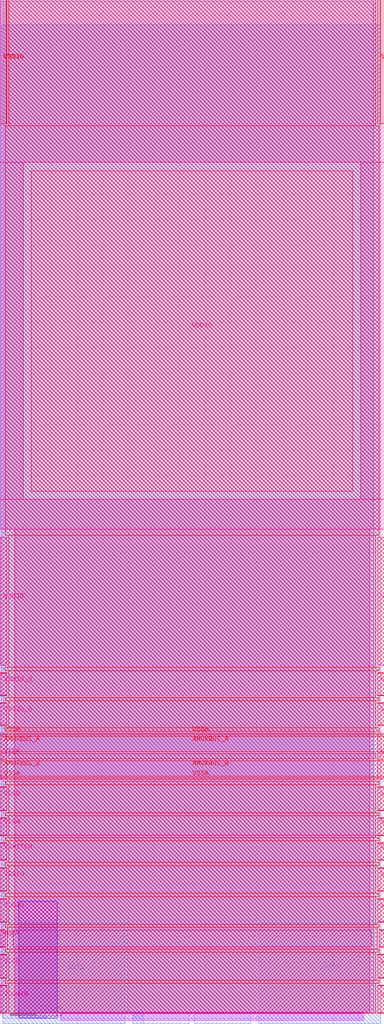
<source format=lef>
VERSION 5.7 ;
  NOWIREEXTENSIONATPIN ON ;
  DIVIDERCHAR "/" ;
  BUSBITCHARS "[]" ;
MACRO sky130_ef_io__vddio_hvc_clamped_pad
  CLASS PAD POWER ;
  FOREIGN sky130_ef_io__vddio_hvc_clamped_pad ;
  ORIGIN 0.000 0.000 ;
  SIZE 75.000 BY 197.965 ;
  PIN AMUXBUS_A
    DIRECTION INOUT ;
    USE SIGNAL ;
    PORT
      LAYER met4 ;
        RECT 0.000 51.090 75.000 54.070 ;
    END
    PORT
      LAYER met4 ;
        RECT 0.000 51.090 1.270 54.070 ;
    END
  END AMUXBUS_A
  PIN AMUXBUS_B
    DIRECTION INOUT ;
    USE SIGNAL ;
    PORT
      LAYER met4 ;
        RECT 0.000 46.330 75.000 49.310 ;
    END
    PORT
      LAYER met4 ;
        RECT 0.000 46.330 1.270 49.310 ;
    END
  END AMUXBUS_B
  PIN VSSA
    DIRECTION INOUT ;
    USE GROUND ;
    PORT
      LAYER met5 ;
        RECT 73.730 45.700 75.000 54.700 ;
    END
    PORT
      LAYER met5 ;
        RECT 73.730 34.805 75.000 38.050 ;
    END
    PORT
      LAYER met5 ;
        RECT 0.000 45.700 1.270 54.700 ;
    END
    PORT
      LAYER met5 ;
        RECT 0.000 34.805 1.270 38.050 ;
    END
    PORT
      LAYER met4 ;
        RECT 73.730 49.610 75.000 50.790 ;
    END
    PORT
      LAYER met4 ;
        RECT 0.000 54.370 75.000 54.700 ;
    END
    PORT
      LAYER met4 ;
        RECT 0.000 45.700 75.000 46.030 ;
    END
    PORT
      LAYER met4 ;
        RECT 73.730 34.700 75.000 38.150 ;
    END
    PORT
      LAYER met4 ;
        RECT 0.000 45.700 1.270 46.030 ;
    END
    PORT
      LAYER met4 ;
        RECT 0.000 49.610 1.270 50.790 ;
    END
    PORT
      LAYER met4 ;
        RECT 0.000 54.370 1.270 54.700 ;
    END
    PORT
      LAYER met4 ;
        RECT 0.000 34.700 1.270 38.150 ;
    END
  END VSSA
  PIN VDDA
    DIRECTION INOUT ;
    USE POWER ;
    PORT
      LAYER met5 ;
        RECT 74.035 13.000 75.000 16.250 ;
    END
    PORT
      LAYER met5 ;
        RECT 0.000 13.000 0.965 16.250 ;
    END
    PORT
      LAYER met4 ;
        RECT 74.035 12.900 75.000 16.350 ;
    END
    PORT
      LAYER met4 ;
        RECT 0.000 12.900 0.965 16.350 ;
    END
  END VDDA
  PIN VSWITCH
    DIRECTION INOUT ;
    USE POWER ;
    PORT
      LAYER met5 ;
        RECT 73.730 29.950 75.000 33.200 ;
    END
    PORT
      LAYER met5 ;
        RECT 0.000 29.950 1.270 33.200 ;
    END
    PORT
      LAYER met4 ;
        RECT 73.730 29.850 75.000 33.300 ;
    END
    PORT
      LAYER met4 ;
        RECT 0.000 29.850 1.270 33.300 ;
    END
  END VSWITCH
  PIN VDDIO_Q
    DIRECTION INOUT ;
    USE POWER ;
    PORT
      LAYER met5 ;
        RECT 73.730 62.150 75.000 66.400 ;
    END
    PORT
      LAYER met5 ;
        RECT 0.000 62.150 1.270 66.400 ;
    END
    PORT
      LAYER met4 ;
        RECT 73.730 62.050 75.000 66.500 ;
    END
    PORT
      LAYER met4 ;
        RECT 0.000 62.050 1.270 66.500 ;
    END
  END VDDIO_Q
  PIN VCCHIB
    DIRECTION INOUT ;
    USE POWER ;
    PORT
      LAYER met5 ;
        RECT 73.730 0.100 75.000 5.350 ;
    END
    PORT
      LAYER met5 ;
        RECT 0.000 0.100 1.270 5.350 ;
    END
    PORT
      LAYER met4 ;
        RECT 73.730 0.000 75.000 5.450 ;
    END
    PORT
      LAYER met4 ;
        RECT 0.000 0.000 1.270 5.450 ;
    END
  END VCCHIB
  PIN VDDIO
    DIRECTION INOUT ;
    USE POWER ;
    PORT
      LAYER met5 ;
        RECT 6.100 101.975 68.800 164.590 ;
    END
    PORT
      LAYER met3 ;
        RECT 50.390 -2.035 74.290 17.765 ;
    END
    PORT
      LAYER met3 ;
        RECT 0.495 -2.035 24.395 17.765 ;
    END
    PORT
      LAYER met5 ;
        RECT 73.730 68.000 75.000 92.950 ;
    END
    PORT
      LAYER met5 ;
        RECT 73.730 17.850 75.000 22.300 ;
    END
    PORT
      LAYER met5 ;
        RECT 0.000 68.000 1.270 92.950 ;
    END
    PORT
      LAYER met5 ;
        RECT 0.000 17.850 1.270 22.300 ;
    END
    PORT
      LAYER met4 ;
        RECT 73.730 17.750 75.000 22.400 ;
    END
    PORT
      LAYER met4 ;
        RECT 73.730 68.000 75.000 92.965 ;
    END
    PORT
      LAYER met4 ;
        RECT 0.000 17.750 1.270 22.400 ;
    END
    PORT
      LAYER met4 ;
        RECT 0.000 68.000 1.270 92.965 ;
    END
  END VDDIO
  PIN VCCD
    DIRECTION INOUT ;
    USE POWER ;
    PORT
      LAYER met5 ;
        RECT 73.730 6.950 75.000 11.400 ;
    END
    PORT
      LAYER met5 ;
        RECT 0.000 6.950 1.270 11.400 ;
    END
    PORT
      LAYER met4 ;
        RECT 73.730 6.850 75.000 11.500 ;
    END
    PORT
      LAYER met4 ;
        RECT 0.000 6.850 1.270 11.500 ;
    END
  END VCCD
  PIN VSSIO
    DIRECTION INOUT ;
    USE GROUND ;
    PORT
      LAYER met4 ;
        RECT 0.000 173.750 1.205 197.965 ;
    END
    PORT
      LAYER met4 ;
        RECT 74.225 173.750 75.000 197.965 ;
    END
    PORT
      LAYER met5 ;
        RECT 73.730 23.900 75.000 28.350 ;
    END
    PORT
      LAYER met5 ;
        RECT 0.000 23.900 1.270 28.350 ;
    END
    PORT
      LAYER met4 ;
        RECT 73.730 23.800 75.000 28.450 ;
    END
    PORT
      LAYER met4 ;
        RECT 73.730 173.750 75.000 197.965 ;
    END
    PORT
      LAYER met4 ;
        RECT 0.000 173.750 1.270 197.965 ;
    END
    PORT
      LAYER met4 ;
        RECT 0.000 23.800 1.270 28.450 ;
    END
  END VSSIO
  PIN VSSD
    DIRECTION INOUT ;
    USE GROUND ;
    PORT
      LAYER met5 ;
        RECT 73.730 39.650 75.000 44.100 ;
    END
    PORT
      LAYER met5 ;
        RECT 0.000 39.650 1.270 44.100 ;
    END
    PORT
      LAYER met4 ;
        RECT 73.730 39.550 75.000 44.200 ;
    END
    PORT
      LAYER met4 ;
        RECT 0.000 39.550 1.270 44.200 ;
    END
  END VSSD
  PIN VSSIO_Q
    DIRECTION INOUT ;
    USE GROUND ;
    PORT
      LAYER met5 ;
        RECT 73.730 56.300 75.000 60.550 ;
    END
    PORT
      LAYER met5 ;
        RECT 0.000 56.300 1.270 60.550 ;
    END
    PORT
      LAYER met4 ;
        RECT 73.730 56.200 75.000 60.650 ;
    END
    PORT
      LAYER met4 ;
        RECT 0.000 56.200 1.270 60.650 ;
    END
  END VSSIO_Q
  OBS
      LAYER pwell ;
        RECT 3.625 -0.970 11.155 21.885 ;
      LAYER nwell ;
        RECT 11.860 -1.350 70.965 0.170 ;
      LAYER li1 ;
        RECT 0.610 0.000 72.855 197.660 ;
        RECT 0.610 -0.970 11.155 0.000 ;
        RECT 12.035 -0.115 13.045 0.000 ;
        RECT 69.730 -0.115 70.680 0.000 ;
        RECT 12.035 -1.065 70.680 -0.115 ;
      LAYER met1 ;
        RECT 0.185 0.000 72.915 197.690 ;
        RECT 3.625 -0.905 8.855 0.000 ;
        RECT 12.035 -0.115 13.350 0.000 ;
        POLYGON 13.350 0.000 13.465 -0.115 13.350 -0.115 ;
        POLYGON 69.540 0.000 69.540 -0.115 69.425 -0.115 ;
        RECT 69.540 -0.115 70.680 0.000 ;
        RECT 12.035 -1.065 70.680 -0.115 ;
      LAYER met2 ;
        RECT 0.265 0.000 74.290 193.040 ;
        RECT 0.495 -2.035 24.395 0.000 ;
        RECT 25.895 -2.035 27.895 -0.115 ;
        RECT 50.390 -2.035 74.290 0.000 ;
      LAYER met3 ;
        RECT 0.240 18.165 74.290 197.965 ;
        RECT 24.795 0.000 49.990 18.165 ;
        RECT 25.895 -2.035 36.895 0.000 ;
        RECT 37.890 -2.035 48.890 0.000 ;
      LAYER met4 ;
        RECT 1.670 173.350 73.330 197.965 ;
        RECT 0.965 93.365 74.035 173.350 ;
        RECT 1.670 67.600 73.330 93.365 ;
        RECT 0.965 66.900 74.035 67.600 ;
        RECT 1.670 61.650 73.330 66.900 ;
        RECT 0.965 61.050 74.035 61.650 ;
        RECT 1.670 55.800 73.330 61.050 ;
        RECT 0.965 55.100 74.035 55.800 ;
        RECT 1.670 49.710 73.330 50.690 ;
        RECT 0.965 44.600 74.035 45.300 ;
        RECT 1.670 39.150 73.330 44.600 ;
        RECT 0.965 38.550 74.035 39.150 ;
        RECT 1.670 34.300 73.330 38.550 ;
        RECT 0.965 33.700 74.035 34.300 ;
        RECT 1.670 29.450 73.330 33.700 ;
        RECT 0.965 28.850 74.035 29.450 ;
        RECT 1.670 23.400 73.330 28.850 ;
        RECT 0.965 22.800 74.035 23.400 ;
        RECT 1.670 17.350 73.330 22.800 ;
        RECT 0.965 16.750 74.035 17.350 ;
        RECT 1.365 12.500 73.635 16.750 ;
        RECT 0.965 11.900 74.035 12.500 ;
        RECT 1.670 6.450 73.330 11.900 ;
        RECT 0.965 5.850 74.035 6.450 ;
        RECT 1.670 0.000 73.330 5.850 ;
      LAYER met5 ;
        RECT 0.000 166.190 75.000 197.965 ;
        RECT 0.000 100.375 4.500 166.190 ;
        RECT 70.400 100.375 75.000 166.190 ;
        RECT 0.000 94.550 75.000 100.375 ;
        RECT 2.870 34.805 72.130 94.550 ;
        RECT 0.000 34.800 75.000 34.805 ;
        RECT 2.870 16.250 72.130 34.800 ;
        RECT 2.565 13.000 72.435 16.250 ;
        RECT 2.870 0.100 72.130 13.000 ;
  END
END sky130_ef_io__vddio_hvc_clamped_pad
END LIBRARY


</source>
